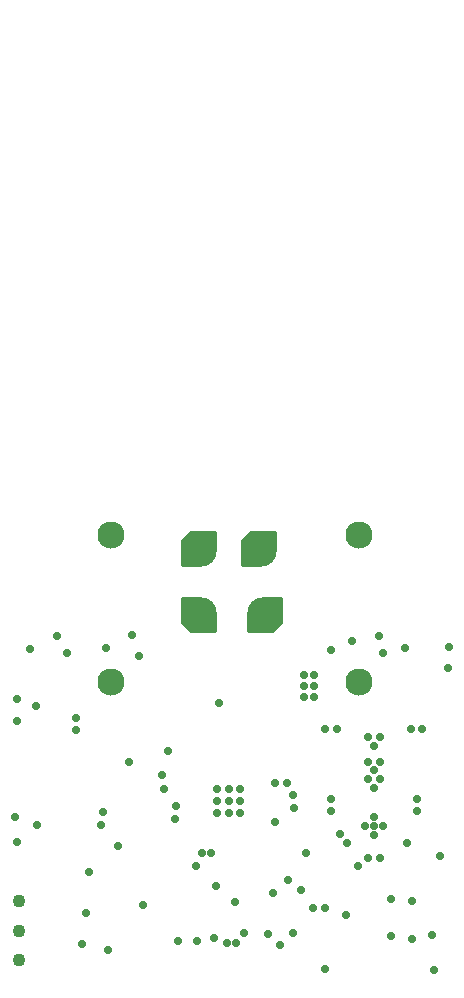
<source format=gbr>
%TF.GenerationSoftware,KiCad,Pcbnew,8.0.5*%
%TF.CreationDate,2025-03-05T14:18:00-05:00*%
%TF.ProjectId,minimax,6d696e69-6d61-4782-9e6b-696361645f70,rev?*%
%TF.SameCoordinates,Original*%
%TF.FileFunction,Soldermask,Bot*%
%TF.FilePolarity,Negative*%
%FSLAX46Y46*%
G04 Gerber Fmt 4.6, Leading zero omitted, Abs format (unit mm)*
G04 Created by KiCad (PCBNEW 8.0.5) date 2025-03-05 14:18:00*
%MOMM*%
%LPD*%
G01*
G04 APERTURE LIST*
G04 Aperture macros list*
%AMFreePoly0*
4,1,49,1.709133,1.231194,1.726811,1.223872,1.753872,1.196813,1.753872,1.196811,1.761194,1.179133,1.765000,1.160000,1.765000,-0.940000,1.761194,-0.959133,1.753872,-0.976811,1.743033,-0.993033,0.993033,-1.743033,0.976811,-1.753872,0.959133,-1.761194,0.940000,-1.765000,-1.160000,-1.765000,-1.179133,-1.761194,-1.196811,-1.753872,-1.223872,-1.726813,-1.223872,-1.726811,-1.231194,-1.709133,
-1.235000,-1.690000,-1.235000,0.000000,-1.231194,0.019133,-1.223872,0.036811,-1.213033,0.053034,-1.204510,0.061556,-1.190036,0.217762,-1.188340,0.226832,-1.129759,0.432723,-1.126426,0.441327,-1.031010,0.632948,-1.026153,0.640793,-0.897151,0.811619,-0.890935,0.818437,-0.732741,0.962650,-0.725378,0.968211,-0.543378,1.080900,-0.535118,1.085013,-0.335511,1.162342,-0.326636,1.164867,
-0.116218,1.204201,-0.107031,1.205052,-0.061014,1.205052,-0.053033,1.213033,-0.036811,1.223872,-0.019133,1.231194,0.000000,1.235000,1.690000,1.235000,1.709133,1.231194,1.709133,1.231194,$1*%
%AMFreePoly1*
4,1,49,0.019133,1.231194,0.036811,1.223872,0.053033,1.213033,0.061014,1.205052,0.107031,1.205052,0.116218,1.204201,0.326636,1.164867,0.335511,1.162342,0.535118,1.085013,0.543378,1.080900,0.725378,0.968211,0.732741,0.962650,0.890935,0.818437,0.897151,0.811619,1.026153,0.640793,1.031010,0.632948,1.126426,0.441327,1.129759,0.432723,1.188340,0.226832,1.190036,0.217762,
1.204510,0.061556,1.213033,0.053034,1.223872,0.036811,1.231194,0.019133,1.235000,0.000000,1.235000,-1.690000,1.231194,-1.709133,1.223872,-1.726811,1.196813,-1.753872,1.196811,-1.753872,1.179133,-1.761194,1.160000,-1.765000,-0.940000,-1.765000,-0.959133,-1.761194,-0.976811,-1.753872,-0.993033,-1.743033,-1.743033,-0.993033,-1.753872,-0.976811,-1.761194,-0.959133,-1.765000,-0.940000,
-1.765000,1.160000,-1.761194,1.179133,-1.753872,1.196811,-1.726813,1.223872,-1.726811,1.223872,-1.709133,1.231194,-1.690000,1.235000,0.000000,1.235000,0.019133,1.231194,0.019133,1.231194,$1*%
%AMFreePoly2*
4,1,49,1.179133,1.761194,1.196811,1.753872,1.223872,1.726813,1.223872,1.726811,1.231194,1.709133,1.235000,1.690000,1.235000,0.000000,1.231194,-0.019133,1.223872,-0.036811,1.213033,-0.053034,1.204510,-0.061556,1.190036,-0.217762,1.188340,-0.226832,1.129759,-0.432723,1.126426,-0.441327,1.031010,-0.632948,1.026153,-0.640793,0.897151,-0.811619,0.890935,-0.818437,0.732741,-0.962650,
0.725378,-0.968211,0.543378,-1.080900,0.535118,-1.085013,0.335511,-1.162342,0.326636,-1.164867,0.116218,-1.204201,0.107031,-1.205052,0.061014,-1.205052,0.053033,-1.213033,0.036811,-1.223872,0.019133,-1.231194,0.000000,-1.235000,-1.690000,-1.235000,-1.709133,-1.231194,-1.726811,-1.223872,-1.753872,-1.196813,-1.753872,-1.196811,-1.761194,-1.179133,-1.765000,-1.160000,-1.765000,0.940000,
-1.761194,0.959133,-1.753872,0.976811,-1.743033,0.993033,-0.993033,1.743033,-0.976811,1.753872,-0.959133,1.761194,-0.940000,1.765000,1.160000,1.765000,1.179133,1.761194,1.179133,1.761194,$1*%
G04 Aperture macros list end*
%ADD10C,1.100000*%
%ADD11C,2.300000*%
%ADD12FreePoly0,180.000000*%
%ADD13FreePoly1,180.000000*%
%ADD14FreePoly2,90.000000*%
%ADD15FreePoly2,180.000000*%
%ADD16C,0.700000*%
G04 APERTURE END LIST*
D10*
%TO.C,TP1*%
X-18000000Y-38000000D03*
%TD*%
%TO.C,TP2*%
X-18000000Y-35500000D03*
%TD*%
D11*
%TO.C,J5*%
X-10250000Y-2000000D03*
X-10250000Y-14500000D03*
X10750000Y-2000000D03*
X10750000Y-14500000D03*
%TD*%
D12*
%TO.C,J2*%
X2540000Y-8540000D03*
D13*
X-2540000Y-8540000D03*
D14*
X2550000Y-3450000D03*
D15*
X-2540000Y-3460000D03*
%TD*%
D10*
%TO.C,TP3*%
X-18000000Y-33000000D03*
%TD*%
D16*
X6300000Y-28900000D03*
X15300000Y-36200000D03*
X15300000Y-33000000D03*
X-8700000Y-21225000D03*
X18300000Y-13300000D03*
X18400000Y-11500000D03*
X-16587500Y-16525000D03*
X16146447Y-18400000D03*
X12546447Y-29350000D03*
X5200000Y-35750000D03*
X-16450000Y-26600000D03*
X11546447Y-29350000D03*
X-14800000Y-10600000D03*
X12500000Y-10600000D03*
X-8400000Y-10500000D03*
X15171447Y-18400000D03*
X13500000Y-36000000D03*
X5250000Y-25100000D03*
X5225000Y-24050000D03*
X13500000Y-32800000D03*
X-364760Y-36520000D03*
X-2514770Y-28940000D03*
X-261100Y-23550000D03*
X-12075000Y-30550000D03*
X-13975000Y-11975000D03*
X-2950000Y-36400000D03*
X12521447Y-22650000D03*
X-1100000Y-16250000D03*
X12046447Y-26650000D03*
X-12700000Y-36600000D03*
X7875000Y-38725000D03*
X12521447Y-19150000D03*
X-1248714Y-25537614D03*
X4100000Y-36700000D03*
X-7825000Y-12250000D03*
X738900Y-23550000D03*
X-10500000Y-37125000D03*
X8400000Y-11725000D03*
X12046447Y-19875000D03*
X738900Y-24550000D03*
X-9602121Y-28337024D03*
X-1310000Y-31760000D03*
X12850000Y-26650000D03*
X17000000Y-35900000D03*
X-18175000Y-15925000D03*
X-1500000Y-36100000D03*
X12050000Y-25850000D03*
X-1261100Y-24550000D03*
X-261100Y-24550000D03*
X11571447Y-21200000D03*
X12521447Y-21200000D03*
X12021447Y-23400000D03*
X-261100Y-25550000D03*
X-18150000Y-17775000D03*
X-18325000Y-25900000D03*
X17125000Y-38850000D03*
X1020000Y-35720000D03*
X-7500000Y-33300000D03*
X11571447Y-19150000D03*
X12850000Y-12000000D03*
X-12300000Y-34000000D03*
X11571447Y-22650000D03*
X11250000Y-26650000D03*
X270000Y-33110000D03*
X12046447Y-21925000D03*
X738900Y-25550000D03*
X-3000000Y-30020000D03*
X-4500000Y-36350000D03*
X12050000Y-27425000D03*
X9675000Y-34225000D03*
X-1261100Y-23550000D03*
X14873224Y-28050000D03*
X-18150000Y-28000000D03*
X-1785230Y-28940000D03*
X364780Y-36520000D03*
X5850000Y-32050000D03*
X-13150000Y-17500000D03*
X-10850000Y-25500000D03*
X4650000Y-23050000D03*
X4800000Y-31200000D03*
X-13150000Y-18500000D03*
X3700000Y-23000000D03*
X-11100000Y-26550000D03*
X8421447Y-25375000D03*
X8421447Y-24400000D03*
X6100000Y-15700000D03*
X15671447Y-24400000D03*
X6100000Y-13900000D03*
X15671447Y-25375000D03*
X7000000Y-14800000D03*
X6100000Y-14800000D03*
X7000000Y-15700000D03*
X7000000Y-13900000D03*
X3500000Y-32300000D03*
X-4675000Y-24950000D03*
X3650000Y-26350000D03*
X3050000Y-35800000D03*
X10696447Y-30000000D03*
X-5425000Y-20300000D03*
X14700000Y-11600000D03*
X9796447Y-28100000D03*
X7946447Y-18400000D03*
X8946447Y-18400000D03*
X7900000Y-33600000D03*
X-5900000Y-22300000D03*
X-17100000Y-11700000D03*
X-5700000Y-23500000D03*
X-10600000Y-11600000D03*
X10200000Y-11000000D03*
X9146447Y-27300000D03*
X17623224Y-29200000D03*
X6900000Y-33600000D03*
X-4800000Y-26075000D03*
M02*

</source>
